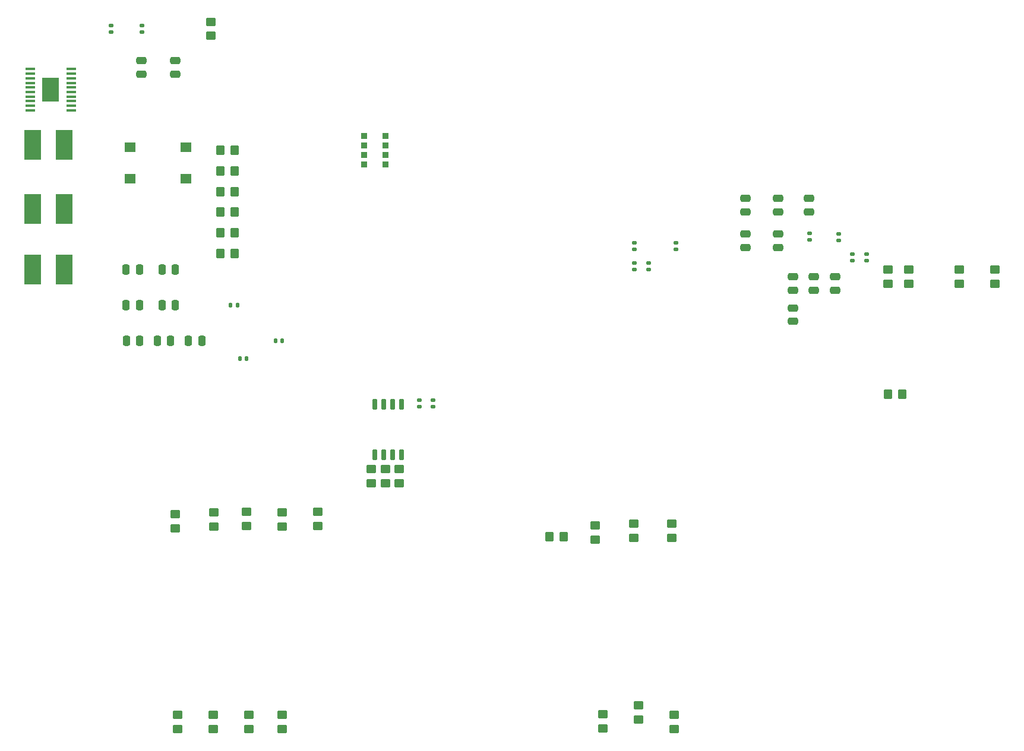
<source format=gbr>
%TF.GenerationSoftware,KiCad,Pcbnew,7.0.2*%
%TF.CreationDate,2023-07-10T01:25:34+02:00*%
%TF.ProjectId,FPGA_V2,46504741-5f56-4322-9e6b-696361645f70,rev?*%
%TF.SameCoordinates,Original*%
%TF.FileFunction,Paste,Bot*%
%TF.FilePolarity,Positive*%
%FSLAX46Y46*%
G04 Gerber Fmt 4.6, Leading zero omitted, Abs format (unit mm)*
G04 Created by KiCad (PCBNEW 7.0.2) date 2023-07-10 01:25:34*
%MOMM*%
%LPD*%
G01*
G04 APERTURE LIST*
G04 Aperture macros list*
%AMRoundRect*
0 Rectangle with rounded corners*
0 $1 Rounding radius*
0 $2 $3 $4 $5 $6 $7 $8 $9 X,Y pos of 4 corners*
0 Add a 4 corners polygon primitive as box body*
4,1,4,$2,$3,$4,$5,$6,$7,$8,$9,$2,$3,0*
0 Add four circle primitives for the rounded corners*
1,1,$1+$1,$2,$3*
1,1,$1+$1,$4,$5*
1,1,$1+$1,$6,$7*
1,1,$1+$1,$8,$9*
0 Add four rect primitives between the rounded corners*
20,1,$1+$1,$2,$3,$4,$5,0*
20,1,$1+$1,$4,$5,$6,$7,0*
20,1,$1+$1,$6,$7,$8,$9,0*
20,1,$1+$1,$8,$9,$2,$3,0*%
G04 Aperture macros list end*
%ADD10RoundRect,0.250000X0.475000X-0.250000X0.475000X0.250000X-0.475000X0.250000X-0.475000X-0.250000X0*%
%ADD11RoundRect,0.250000X0.250000X0.475000X-0.250000X0.475000X-0.250000X-0.475000X0.250000X-0.475000X0*%
%ADD12R,0.900000X0.900000*%
%ADD13RoundRect,0.250000X0.350000X0.450000X-0.350000X0.450000X-0.350000X-0.450000X0.350000X-0.450000X0*%
%ADD14RoundRect,0.250000X-0.450000X0.350000X-0.450000X-0.350000X0.450000X-0.350000X0.450000X0.350000X0*%
%ADD15RoundRect,0.140000X-0.170000X0.140000X-0.170000X-0.140000X0.170000X-0.140000X0.170000X0.140000X0*%
%ADD16RoundRect,0.250000X-0.475000X0.250000X-0.475000X-0.250000X0.475000X-0.250000X0.475000X0.250000X0*%
%ADD17RoundRect,0.250000X0.450000X-0.350000X0.450000X0.350000X-0.450000X0.350000X-0.450000X-0.350000X0*%
%ADD18RoundRect,0.150000X-0.150000X0.650000X-0.150000X-0.650000X0.150000X-0.650000X0.150000X0.650000X0*%
%ADD19RoundRect,0.140000X0.170000X-0.140000X0.170000X0.140000X-0.170000X0.140000X-0.170000X-0.140000X0*%
%ADD20RoundRect,0.140000X-0.140000X-0.170000X0.140000X-0.170000X0.140000X0.170000X-0.140000X0.170000X0*%
%ADD21R,1.461999X0.354800*%
%ADD22R,2.400000X3.400001*%
%ADD23R,2.400000X4.200000*%
%ADD24R,1.600000X1.400000*%
G04 APERTURE END LIST*
%TO.C,U1*%
G36*
X23960000Y-31815001D02*
G01*
X21760000Y-31815001D01*
X21760000Y-30315000D01*
X23960000Y-30315000D01*
X23960000Y-31815001D01*
G37*
G36*
X23960000Y-30115000D02*
G01*
X21760000Y-30115000D01*
X21760000Y-28614999D01*
X23960000Y-28614999D01*
X23960000Y-30115000D01*
G37*
%TD*%
D10*
%TO.C,C17*%
X126530000Y-47620000D03*
X126530000Y-45720000D03*
%TD*%
D11*
%TO.C,C24*%
X35520000Y-55880000D03*
X33620000Y-55880000D03*
%TD*%
D12*
%TO.C,RN1*%
X70580000Y-36850000D03*
X70580000Y-38190000D03*
X70580000Y-39510000D03*
X70580000Y-40850000D03*
X67580000Y-40850000D03*
X67580000Y-39510000D03*
X67580000Y-38190000D03*
X67580000Y-36850000D03*
%TD*%
D13*
%TO.C,R33*%
X144240000Y-73660000D03*
X142240000Y-73660000D03*
%TD*%
D10*
%TO.C,C10*%
X126530000Y-52700000D03*
X126530000Y-50800000D03*
%TD*%
D14*
%TO.C,R28*%
X70570000Y-84347600D03*
X70570000Y-86347600D03*
%TD*%
D15*
%TO.C,C36*%
X77370000Y-74497600D03*
X77370000Y-75457600D03*
%TD*%
D14*
%TO.C,R75*%
X106680000Y-118035000D03*
X106680000Y-120035000D03*
%TD*%
D16*
%TO.C,C4*%
X131670000Y-56920000D03*
X131670000Y-58820000D03*
%TD*%
D10*
%TO.C,C16*%
X130992900Y-47614400D03*
X130992900Y-45714400D03*
%TD*%
D17*
%TO.C,R77*%
X105966900Y-94099600D03*
X105966900Y-92099600D03*
%TD*%
D14*
%TO.C,R81*%
X152400000Y-55880000D03*
X152400000Y-57880000D03*
%TD*%
%TO.C,R78*%
X142240000Y-55880000D03*
X142240000Y-57880000D03*
%TD*%
D13*
%TO.C,R6*%
X49070000Y-50640000D03*
X47070000Y-50640000D03*
%TD*%
D17*
%TO.C,R76*%
X40640000Y-92785000D03*
X40640000Y-90785000D03*
%TD*%
D11*
%TO.C,C21*%
X40640000Y-60960000D03*
X38740000Y-60960000D03*
%TD*%
%TO.C,C27*%
X35560000Y-66040000D03*
X33660000Y-66040000D03*
%TD*%
D10*
%TO.C,C11*%
X121920000Y-52700000D03*
X121920000Y-50800000D03*
%TD*%
D14*
%TO.C,R73*%
X55880000Y-119375400D03*
X55880000Y-121375400D03*
%TD*%
D18*
%TO.C,U3*%
X69095000Y-75117600D03*
X70365000Y-75117600D03*
X71635000Y-75117600D03*
X72905000Y-75117600D03*
X72905000Y-82317600D03*
X71635000Y-82317600D03*
X70365000Y-82317600D03*
X69095000Y-82317600D03*
%TD*%
D14*
%TO.C,R74*%
X111760000Y-119380000D03*
X111760000Y-121380000D03*
%TD*%
D15*
%TO.C,C1*%
X135190000Y-50800000D03*
X135190000Y-51760000D03*
%TD*%
D17*
%TO.C,R70*%
X51087800Y-121380000D03*
X51087800Y-119380000D03*
%TD*%
D13*
%TO.C,R5*%
X49070000Y-47690000D03*
X47070000Y-47690000D03*
%TD*%
D17*
%TO.C,R69*%
X60960000Y-92440000D03*
X60960000Y-90440000D03*
%TD*%
%TO.C,R67*%
X46125000Y-92535400D03*
X46125000Y-90535400D03*
%TD*%
D19*
%TO.C,C31*%
X106100000Y-53016200D03*
X106100000Y-52056200D03*
%TD*%
D14*
%TO.C,R34*%
X101600000Y-119292500D03*
X101600000Y-121292500D03*
%TD*%
D13*
%TO.C,R7*%
X49070000Y-53590000D03*
X47070000Y-53590000D03*
%TD*%
D19*
%TO.C,C12*%
X31441500Y-21989100D03*
X31441500Y-21029100D03*
%TD*%
D15*
%TO.C,C35*%
X75400000Y-74497600D03*
X75400000Y-75457600D03*
%TD*%
D20*
%TO.C,C13*%
X48530000Y-60960000D03*
X49490000Y-60960000D03*
%TD*%
D16*
%TO.C,C5*%
X134680000Y-56920000D03*
X134680000Y-58820000D03*
%TD*%
D10*
%TO.C,C18*%
X121920000Y-47620000D03*
X121920000Y-45720000D03*
%TD*%
D11*
%TO.C,C23*%
X39970000Y-66040000D03*
X38070000Y-66040000D03*
%TD*%
D14*
%TO.C,R71*%
X46007800Y-119380000D03*
X46007800Y-121380000D03*
%TD*%
D20*
%TO.C,C14*%
X54920000Y-66040000D03*
X55880000Y-66040000D03*
%TD*%
D14*
%TO.C,R29*%
X72560000Y-84347600D03*
X72560000Y-86347600D03*
%TD*%
D17*
%TO.C,R64*%
X100463000Y-94355500D03*
X100463000Y-92355500D03*
%TD*%
D15*
%TO.C,C30*%
X139130000Y-53670000D03*
X139130000Y-54630000D03*
%TD*%
%TO.C,C3*%
X131008400Y-50689200D03*
X131008400Y-51649200D03*
%TD*%
D16*
%TO.C,C8*%
X40640000Y-26104900D03*
X40640000Y-28004900D03*
%TD*%
D17*
%TO.C,R68*%
X50800000Y-92440000D03*
X50800000Y-90440000D03*
%TD*%
D15*
%TO.C,C29*%
X137160000Y-53670000D03*
X137160000Y-54630000D03*
%TD*%
D14*
%TO.C,R80*%
X157480000Y-55880000D03*
X157480000Y-57880000D03*
%TD*%
D19*
%TO.C,C22*%
X108070000Y-55886200D03*
X108070000Y-54926200D03*
%TD*%
D14*
%TO.C,R66*%
X40927800Y-119380000D03*
X40927800Y-121380000D03*
%TD*%
D16*
%TO.C,C7*%
X35780000Y-26104900D03*
X35780000Y-28004900D03*
%TD*%
%TO.C,C6*%
X128660000Y-61370000D03*
X128660000Y-63270000D03*
%TD*%
D13*
%TO.C,R3*%
X49070000Y-41790000D03*
X47070000Y-41790000D03*
%TD*%
D21*
%TO.C,U1*%
X25781000Y-27289949D03*
X25781000Y-27939960D03*
X25781000Y-28589972D03*
X25781000Y-29239983D03*
X25781000Y-29889994D03*
X25781000Y-30540006D03*
X25781000Y-31190017D03*
X25781000Y-31840028D03*
X25781000Y-32490040D03*
X25781000Y-33140051D03*
X19939000Y-33140051D03*
X19939000Y-32490040D03*
X19939000Y-31840028D03*
X19939000Y-31190017D03*
X19939000Y-30540006D03*
X19939000Y-29889994D03*
X19939000Y-29239983D03*
X19939000Y-28589972D03*
X19939000Y-27939960D03*
X19939000Y-27289949D03*
D22*
X22860000Y-30215000D03*
%TD*%
D13*
%TO.C,R2*%
X49070000Y-38840000D03*
X47070000Y-38840000D03*
%TD*%
%TO.C,R63*%
X95980000Y-93980000D03*
X93980000Y-93980000D03*
%TD*%
D11*
%TO.C,C25*%
X35520000Y-60960000D03*
X33620000Y-60960000D03*
%TD*%
D13*
%TO.C,R4*%
X49070000Y-44740000D03*
X47070000Y-44740000D03*
%TD*%
D14*
%TO.C,R27*%
X68580000Y-84347600D03*
X68580000Y-86347600D03*
%TD*%
D23*
%TO.C,L2*%
X24820000Y-47190000D03*
X20320000Y-47190000D03*
%TD*%
D14*
%TO.C,R79*%
X145190000Y-55880000D03*
X145190000Y-57880000D03*
%TD*%
D20*
%TO.C,C15*%
X49840000Y-68580000D03*
X50800000Y-68580000D03*
%TD*%
D17*
%TO.C,R72*%
X55880000Y-92508300D03*
X55880000Y-90508300D03*
%TD*%
D19*
%TO.C,C26*%
X106100000Y-55886200D03*
X106100000Y-54926200D03*
%TD*%
D11*
%TO.C,C19*%
X44420000Y-66040000D03*
X42520000Y-66040000D03*
%TD*%
D23*
%TO.C,L1*%
X24820000Y-38100000D03*
X20320000Y-38100000D03*
%TD*%
D16*
%TO.C,C2*%
X128660000Y-56920000D03*
X128660000Y-58820000D03*
%TD*%
D17*
%TO.C,R1*%
X45720000Y-22534900D03*
X45720000Y-20534900D03*
%TD*%
D24*
%TO.C,S1*%
X42175000Y-38390000D03*
X34175000Y-38390000D03*
X34175000Y-42890000D03*
X42175000Y-42890000D03*
%TD*%
D11*
%TO.C,C20*%
X40640000Y-55880000D03*
X38740000Y-55880000D03*
%TD*%
D23*
%TO.C,L3*%
X24820000Y-55880000D03*
X20320000Y-55880000D03*
%TD*%
D17*
%TO.C,R65*%
X111397400Y-94118800D03*
X111397400Y-92118800D03*
%TD*%
D15*
%TO.C,C9*%
X35860000Y-21034900D03*
X35860000Y-21994900D03*
%TD*%
D19*
%TO.C,C28*%
X112010000Y-53016200D03*
X112010000Y-52056200D03*
%TD*%
M02*

</source>
